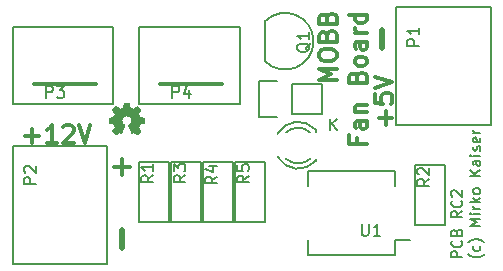
<source format=gbr>
G04 #@! TF.FileFunction,Legend,Top*
%FSLAX46Y46*%
G04 Gerber Fmt 4.6, Leading zero omitted, Abs format (unit mm)*
G04 Created by KiCad (PCBNEW 4.0.4-stable) date 01/15/17 13:44:32*
%MOMM*%
%LPD*%
G01*
G04 APERTURE LIST*
%ADD10C,0.100000*%
%ADD11C,0.300000*%
%ADD12C,0.200000*%
%ADD13C,0.500000*%
%ADD14C,0.350000*%
%ADD15C,0.150000*%
%ADD16C,0.002540*%
G04 APERTURE END LIST*
D10*
D11*
X185317144Y-131987143D02*
X186460001Y-131987143D01*
X185888572Y-132558571D02*
X185888572Y-131415714D01*
X187960001Y-132558571D02*
X187102858Y-132558571D01*
X187531430Y-132558571D02*
X187531430Y-131058571D01*
X187388573Y-131272857D01*
X187245715Y-131415714D01*
X187102858Y-131487143D01*
X188531429Y-131201429D02*
X188602858Y-131130000D01*
X188745715Y-131058571D01*
X189102858Y-131058571D01*
X189245715Y-131130000D01*
X189317144Y-131201429D01*
X189388572Y-131344286D01*
X189388572Y-131487143D01*
X189317144Y-131701429D01*
X188460001Y-132558571D01*
X189388572Y-132558571D01*
X189817143Y-131058571D02*
X190317143Y-132558571D01*
X190817143Y-131058571D01*
D12*
X222282143Y-142260714D02*
X221382143Y-142260714D01*
X221382143Y-141917857D01*
X221425000Y-141832143D01*
X221467857Y-141789286D01*
X221553571Y-141746429D01*
X221682143Y-141746429D01*
X221767857Y-141789286D01*
X221810714Y-141832143D01*
X221853571Y-141917857D01*
X221853571Y-142260714D01*
X222196429Y-140846429D02*
X222239286Y-140889286D01*
X222282143Y-141017857D01*
X222282143Y-141103571D01*
X222239286Y-141232143D01*
X222153571Y-141317857D01*
X222067857Y-141360714D01*
X221896429Y-141403571D01*
X221767857Y-141403571D01*
X221596429Y-141360714D01*
X221510714Y-141317857D01*
X221425000Y-141232143D01*
X221382143Y-141103571D01*
X221382143Y-141017857D01*
X221425000Y-140889286D01*
X221467857Y-140846429D01*
X221810714Y-140160714D02*
X221853571Y-140032143D01*
X221896429Y-139989286D01*
X221982143Y-139946429D01*
X222110714Y-139946429D01*
X222196429Y-139989286D01*
X222239286Y-140032143D01*
X222282143Y-140117857D01*
X222282143Y-140460714D01*
X221382143Y-140460714D01*
X221382143Y-140160714D01*
X221425000Y-140075000D01*
X221467857Y-140032143D01*
X221553571Y-139989286D01*
X221639286Y-139989286D01*
X221725000Y-140032143D01*
X221767857Y-140075000D01*
X221810714Y-140160714D01*
X221810714Y-140460714D01*
X222282143Y-138360715D02*
X221853571Y-138660715D01*
X222282143Y-138875000D02*
X221382143Y-138875000D01*
X221382143Y-138532143D01*
X221425000Y-138446429D01*
X221467857Y-138403572D01*
X221553571Y-138360715D01*
X221682143Y-138360715D01*
X221767857Y-138403572D01*
X221810714Y-138446429D01*
X221853571Y-138532143D01*
X221853571Y-138875000D01*
X222196429Y-137460715D02*
X222239286Y-137503572D01*
X222282143Y-137632143D01*
X222282143Y-137717857D01*
X222239286Y-137846429D01*
X222153571Y-137932143D01*
X222067857Y-137975000D01*
X221896429Y-138017857D01*
X221767857Y-138017857D01*
X221596429Y-137975000D01*
X221510714Y-137932143D01*
X221425000Y-137846429D01*
X221382143Y-137717857D01*
X221382143Y-137632143D01*
X221425000Y-137503572D01*
X221467857Y-137460715D01*
X221467857Y-137117857D02*
X221425000Y-137075000D01*
X221382143Y-136989286D01*
X221382143Y-136775000D01*
X221425000Y-136689286D01*
X221467857Y-136646429D01*
X221553571Y-136603572D01*
X221639286Y-136603572D01*
X221767857Y-136646429D01*
X222282143Y-137160715D01*
X222282143Y-136603572D01*
X224175000Y-142003571D02*
X224132143Y-142046429D01*
X224003571Y-142132143D01*
X223917857Y-142175000D01*
X223789286Y-142217857D01*
X223575000Y-142260714D01*
X223403571Y-142260714D01*
X223189286Y-142217857D01*
X223060714Y-142175000D01*
X222975000Y-142132143D01*
X222846429Y-142046429D01*
X222803571Y-142003571D01*
X223789286Y-141275000D02*
X223832143Y-141360714D01*
X223832143Y-141532143D01*
X223789286Y-141617857D01*
X223746429Y-141660714D01*
X223660714Y-141703571D01*
X223403571Y-141703571D01*
X223317857Y-141660714D01*
X223275000Y-141617857D01*
X223232143Y-141532143D01*
X223232143Y-141360714D01*
X223275000Y-141275000D01*
X224175000Y-140975000D02*
X224132143Y-140932142D01*
X224003571Y-140846428D01*
X223917857Y-140803571D01*
X223789286Y-140760714D01*
X223575000Y-140717857D01*
X223403571Y-140717857D01*
X223189286Y-140760714D01*
X223060714Y-140803571D01*
X222975000Y-140846428D01*
X222846429Y-140932142D01*
X222803571Y-140975000D01*
X223832143Y-139603571D02*
X222932143Y-139603571D01*
X223575000Y-139303571D01*
X222932143Y-139003571D01*
X223832143Y-139003571D01*
X223832143Y-138575000D02*
X223232143Y-138575000D01*
X222932143Y-138575000D02*
X222975000Y-138617857D01*
X223017857Y-138575000D01*
X222975000Y-138532143D01*
X222932143Y-138575000D01*
X223017857Y-138575000D01*
X223832143Y-138146429D02*
X223232143Y-138146429D01*
X223403571Y-138146429D02*
X223317857Y-138103572D01*
X223275000Y-138060715D01*
X223232143Y-137975001D01*
X223232143Y-137889286D01*
X223832143Y-137589286D02*
X222932143Y-137589286D01*
X223489286Y-137503572D02*
X223832143Y-137246429D01*
X223232143Y-137246429D02*
X223575000Y-137589286D01*
X223832143Y-136732144D02*
X223789286Y-136817858D01*
X223746429Y-136860715D01*
X223660714Y-136903572D01*
X223403571Y-136903572D01*
X223317857Y-136860715D01*
X223275000Y-136817858D01*
X223232143Y-136732144D01*
X223232143Y-136603572D01*
X223275000Y-136517858D01*
X223317857Y-136475001D01*
X223403571Y-136432144D01*
X223660714Y-136432144D01*
X223746429Y-136475001D01*
X223789286Y-136517858D01*
X223832143Y-136603572D01*
X223832143Y-136732144D01*
X223832143Y-135360715D02*
X222932143Y-135360715D01*
X223832143Y-134846430D02*
X223317857Y-135232144D01*
X222932143Y-134846430D02*
X223446429Y-135360715D01*
X223832143Y-134075001D02*
X223360714Y-134075001D01*
X223275000Y-134117858D01*
X223232143Y-134203572D01*
X223232143Y-134375001D01*
X223275000Y-134460715D01*
X223789286Y-134075001D02*
X223832143Y-134160715D01*
X223832143Y-134375001D01*
X223789286Y-134460715D01*
X223703571Y-134503572D01*
X223617857Y-134503572D01*
X223532143Y-134460715D01*
X223489286Y-134375001D01*
X223489286Y-134160715D01*
X223446429Y-134075001D01*
X223832143Y-133646429D02*
X223232143Y-133646429D01*
X222932143Y-133646429D02*
X222975000Y-133689286D01*
X223017857Y-133646429D01*
X222975000Y-133603572D01*
X222932143Y-133646429D01*
X223017857Y-133646429D01*
X223789286Y-133260715D02*
X223832143Y-133175001D01*
X223832143Y-133003573D01*
X223789286Y-132917858D01*
X223703571Y-132875001D01*
X223660714Y-132875001D01*
X223575000Y-132917858D01*
X223532143Y-133003573D01*
X223532143Y-133132144D01*
X223489286Y-133217858D01*
X223403571Y-133260715D01*
X223360714Y-133260715D01*
X223275000Y-133217858D01*
X223232143Y-133132144D01*
X223232143Y-133003573D01*
X223275000Y-132917858D01*
X223789286Y-132146430D02*
X223832143Y-132232144D01*
X223832143Y-132403573D01*
X223789286Y-132489287D01*
X223703571Y-132532144D01*
X223360714Y-132532144D01*
X223275000Y-132489287D01*
X223232143Y-132403573D01*
X223232143Y-132232144D01*
X223275000Y-132146430D01*
X223360714Y-132103573D01*
X223446429Y-132103573D01*
X223532143Y-132532144D01*
X223832143Y-131717858D02*
X223232143Y-131717858D01*
X223403571Y-131717858D02*
X223317857Y-131675001D01*
X223275000Y-131632144D01*
X223232143Y-131546430D01*
X223232143Y-131460715D01*
D11*
X211653571Y-127278572D02*
X210153571Y-127278572D01*
X211225000Y-126778572D01*
X210153571Y-126278572D01*
X211653571Y-126278572D01*
X210153571Y-125278572D02*
X210153571Y-124992858D01*
X210225000Y-124850000D01*
X210367857Y-124707143D01*
X210653571Y-124635715D01*
X211153571Y-124635715D01*
X211439286Y-124707143D01*
X211582143Y-124850000D01*
X211653571Y-124992858D01*
X211653571Y-125278572D01*
X211582143Y-125421429D01*
X211439286Y-125564286D01*
X211153571Y-125635715D01*
X210653571Y-125635715D01*
X210367857Y-125564286D01*
X210225000Y-125421429D01*
X210153571Y-125278572D01*
X210867857Y-123492857D02*
X210939286Y-123278571D01*
X211010714Y-123207143D01*
X211153571Y-123135714D01*
X211367857Y-123135714D01*
X211510714Y-123207143D01*
X211582143Y-123278571D01*
X211653571Y-123421429D01*
X211653571Y-123992857D01*
X210153571Y-123992857D01*
X210153571Y-123492857D01*
X210225000Y-123350000D01*
X210296429Y-123278571D01*
X210439286Y-123207143D01*
X210582143Y-123207143D01*
X210725000Y-123278571D01*
X210796429Y-123350000D01*
X210867857Y-123492857D01*
X210867857Y-123992857D01*
X210867857Y-121992857D02*
X210939286Y-121778571D01*
X211010714Y-121707143D01*
X211153571Y-121635714D01*
X211367857Y-121635714D01*
X211510714Y-121707143D01*
X211582143Y-121778571D01*
X211653571Y-121921429D01*
X211653571Y-122492857D01*
X210153571Y-122492857D01*
X210153571Y-121992857D01*
X210225000Y-121850000D01*
X210296429Y-121778571D01*
X210439286Y-121707143D01*
X210582143Y-121707143D01*
X210725000Y-121778571D01*
X210796429Y-121850000D01*
X210867857Y-121992857D01*
X210867857Y-122492857D01*
X213417857Y-132135714D02*
X213417857Y-132635714D01*
X214203571Y-132635714D02*
X212703571Y-132635714D01*
X212703571Y-131921428D01*
X214203571Y-130707143D02*
X213417857Y-130707143D01*
X213275000Y-130778572D01*
X213203571Y-130921429D01*
X213203571Y-131207143D01*
X213275000Y-131350000D01*
X214132143Y-130707143D02*
X214203571Y-130850000D01*
X214203571Y-131207143D01*
X214132143Y-131350000D01*
X213989286Y-131421429D01*
X213846429Y-131421429D01*
X213703571Y-131350000D01*
X213632143Y-131207143D01*
X213632143Y-130850000D01*
X213560714Y-130707143D01*
X213203571Y-129992857D02*
X214203571Y-129992857D01*
X213346429Y-129992857D02*
X213275000Y-129921429D01*
X213203571Y-129778571D01*
X213203571Y-129564286D01*
X213275000Y-129421429D01*
X213417857Y-129350000D01*
X214203571Y-129350000D01*
X213417857Y-126992857D02*
X213489286Y-126778571D01*
X213560714Y-126707143D01*
X213703571Y-126635714D01*
X213917857Y-126635714D01*
X214060714Y-126707143D01*
X214132143Y-126778571D01*
X214203571Y-126921429D01*
X214203571Y-127492857D01*
X212703571Y-127492857D01*
X212703571Y-126992857D01*
X212775000Y-126850000D01*
X212846429Y-126778571D01*
X212989286Y-126707143D01*
X213132143Y-126707143D01*
X213275000Y-126778571D01*
X213346429Y-126850000D01*
X213417857Y-126992857D01*
X213417857Y-127492857D01*
X214203571Y-125778571D02*
X214132143Y-125921429D01*
X214060714Y-125992857D01*
X213917857Y-126064286D01*
X213489286Y-126064286D01*
X213346429Y-125992857D01*
X213275000Y-125921429D01*
X213203571Y-125778571D01*
X213203571Y-125564286D01*
X213275000Y-125421429D01*
X213346429Y-125350000D01*
X213489286Y-125278571D01*
X213917857Y-125278571D01*
X214060714Y-125350000D01*
X214132143Y-125421429D01*
X214203571Y-125564286D01*
X214203571Y-125778571D01*
X214203571Y-123992857D02*
X213417857Y-123992857D01*
X213275000Y-124064286D01*
X213203571Y-124207143D01*
X213203571Y-124492857D01*
X213275000Y-124635714D01*
X214132143Y-123992857D02*
X214203571Y-124135714D01*
X214203571Y-124492857D01*
X214132143Y-124635714D01*
X213989286Y-124707143D01*
X213846429Y-124707143D01*
X213703571Y-124635714D01*
X213632143Y-124492857D01*
X213632143Y-124135714D01*
X213560714Y-123992857D01*
X214203571Y-123278571D02*
X213203571Y-123278571D01*
X213489286Y-123278571D02*
X213346429Y-123207143D01*
X213275000Y-123135714D01*
X213203571Y-122992857D01*
X213203571Y-122850000D01*
X214203571Y-121707143D02*
X212703571Y-121707143D01*
X214132143Y-121707143D02*
X214203571Y-121850000D01*
X214203571Y-122135714D01*
X214132143Y-122278572D01*
X214060714Y-122350000D01*
X213917857Y-122421429D01*
X213489286Y-122421429D01*
X213346429Y-122350000D01*
X213275000Y-122278572D01*
X213203571Y-122135714D01*
X213203571Y-121850000D01*
X213275000Y-121707143D01*
D13*
X215542857Y-123038095D02*
X215542857Y-124561905D01*
D11*
X215807143Y-131028571D02*
X215807143Y-129885714D01*
X216378571Y-130457143D02*
X215235714Y-130457143D01*
X214878571Y-128457142D02*
X214878571Y-129171428D01*
X215592857Y-129242857D01*
X215521429Y-129171428D01*
X215450000Y-129028571D01*
X215450000Y-128671428D01*
X215521429Y-128528571D01*
X215592857Y-128457142D01*
X215735714Y-128385714D01*
X216092857Y-128385714D01*
X216235714Y-128457142D01*
X216307143Y-128528571D01*
X216378571Y-128671428D01*
X216378571Y-129028571D01*
X216307143Y-129171428D01*
X216235714Y-129242857D01*
X214878571Y-127957143D02*
X216378571Y-127457143D01*
X214878571Y-126957143D01*
D13*
X193492857Y-141436905D02*
X193492857Y-139913095D01*
D14*
X192814286Y-134628571D02*
X194185715Y-134628571D01*
X193500001Y-135314286D02*
X193500001Y-133942857D01*
D15*
X216615000Y-142095000D02*
X216615000Y-140825000D01*
X209265000Y-142095000D02*
X209265000Y-140825000D01*
X209265000Y-134965000D02*
X209265000Y-136235000D01*
X216615000Y-134965000D02*
X216615000Y-136235000D01*
X216615000Y-142095000D02*
X209265000Y-142095000D01*
X216615000Y-134965000D02*
X209265000Y-134965000D01*
X216615000Y-140825000D02*
X217900000Y-140825000D01*
X205600000Y-122270000D02*
X205600000Y-125670000D01*
X205602944Y-122272944D02*
G75*
G02X209700000Y-123970000I1697056J-1697056D01*
G01*
X205602944Y-125667056D02*
G75*
G03X209700000Y-123970000I1697056J1697056D01*
G01*
X192250000Y-132800000D02*
X184250000Y-132800000D01*
X184250000Y-132800000D02*
X184250000Y-142800000D01*
X184250000Y-142800000D02*
X192250000Y-142800000D01*
X192250000Y-142800000D02*
X192250000Y-137800000D01*
X192250000Y-137800000D02*
X192250000Y-132800000D01*
X224700000Y-121100000D02*
X216700000Y-121100000D01*
X216700000Y-121100000D02*
X216700000Y-131100000D01*
X216700000Y-131100000D02*
X224700000Y-131100000D01*
X224700000Y-131100000D02*
X224700000Y-126100000D01*
X224700000Y-126100000D02*
X224700000Y-121100000D01*
D11*
X186000000Y-127600000D02*
X191250000Y-127600000D01*
D15*
X192750000Y-126000000D02*
X192750000Y-129250000D01*
X192750000Y-129250000D02*
X184250000Y-129250000D01*
X184250000Y-129250000D02*
X184250000Y-122750000D01*
X184250000Y-122750000D02*
X192750000Y-122750000D01*
X192750000Y-122750000D02*
X192750000Y-126000000D01*
D11*
X196700000Y-127600000D02*
X201950000Y-127600000D01*
D15*
X203450000Y-126000000D02*
X203450000Y-129250000D01*
X203450000Y-129250000D02*
X194950000Y-129250000D01*
X194950000Y-129250000D02*
X194950000Y-122750000D01*
X194950000Y-122750000D02*
X203450000Y-122750000D01*
X203450000Y-122750000D02*
X203450000Y-126000000D01*
X209899000Y-131486000D02*
X209899000Y-131686000D01*
X209899000Y-134080000D02*
X209899000Y-133900000D01*
X206671256Y-133769643D02*
G75*
G03X209899000Y-134086000I1727744J1003643D01*
G01*
X207346994Y-133899068D02*
G75*
G03X209450000Y-133900000I1052006J1133068D01*
G01*
X209886220Y-131459274D02*
G75*
G03X206649000Y-131806000I-1497220J-1306726D01*
G01*
X209412889Y-131686747D02*
G75*
G03X207365000Y-131706000I-1013889J-1079253D01*
G01*
X207870000Y-127580000D02*
X210410000Y-127580000D01*
X205050000Y-127300000D02*
X206600000Y-127300000D01*
X207870000Y-127580000D02*
X207870000Y-130120000D01*
X206600000Y-130400000D02*
X205050000Y-130400000D01*
X205050000Y-130400000D02*
X205050000Y-127300000D01*
X207870000Y-130120000D02*
X210410000Y-130120000D01*
X210410000Y-130120000D02*
X210410000Y-127580000D01*
D16*
G36*
X192940680Y-131856200D02*
X192958460Y-131848580D01*
X192991480Y-131825720D01*
X193042280Y-131792700D01*
X193100700Y-131754600D01*
X193161660Y-131713960D01*
X193209920Y-131680940D01*
X193245480Y-131658080D01*
X193258180Y-131650460D01*
X193265800Y-131653000D01*
X193293740Y-131668240D01*
X193334380Y-131688560D01*
X193359780Y-131701260D01*
X193397880Y-131716500D01*
X193415660Y-131721580D01*
X193418200Y-131716500D01*
X193433440Y-131686020D01*
X193453760Y-131637760D01*
X193481700Y-131571720D01*
X193514720Y-131495520D01*
X193550280Y-131414240D01*
X193583300Y-131330420D01*
X193616320Y-131251680D01*
X193646800Y-131178020D01*
X193669660Y-131119600D01*
X193684900Y-131078960D01*
X193692520Y-131061180D01*
X193689980Y-131058640D01*
X193672200Y-131040860D01*
X193639180Y-131015460D01*
X193568060Y-130957040D01*
X193496940Y-130870680D01*
X193453760Y-130771620D01*
X193441060Y-130659860D01*
X193451220Y-130558260D01*
X193491860Y-130461740D01*
X193560440Y-130372840D01*
X193644260Y-130306800D01*
X193740780Y-130266160D01*
X193850000Y-130253460D01*
X193954140Y-130263620D01*
X194053200Y-130304260D01*
X194142100Y-130370300D01*
X194180200Y-130413480D01*
X194231000Y-130504920D01*
X194261480Y-130598900D01*
X194264020Y-130621760D01*
X194258940Y-130728440D01*
X194228460Y-130830040D01*
X194172580Y-130918940D01*
X194096380Y-130992600D01*
X194086220Y-131000220D01*
X194050660Y-131028160D01*
X194025260Y-131045940D01*
X194007480Y-131061180D01*
X194142100Y-131383760D01*
X194162420Y-131434560D01*
X194200520Y-131523460D01*
X194231000Y-131599660D01*
X194258940Y-131660620D01*
X194276720Y-131701260D01*
X194284340Y-131716500D01*
X194284340Y-131716500D01*
X194297040Y-131719040D01*
X194319900Y-131711420D01*
X194365620Y-131688560D01*
X194396100Y-131673320D01*
X194429120Y-131658080D01*
X194444360Y-131650460D01*
X194459600Y-131658080D01*
X194492620Y-131678400D01*
X194538340Y-131711420D01*
X194596760Y-131749520D01*
X194652640Y-131787620D01*
X194703440Y-131820640D01*
X194739000Y-131846040D01*
X194756780Y-131853660D01*
X194759320Y-131853660D01*
X194777100Y-131846040D01*
X194805040Y-131820640D01*
X194848220Y-131780000D01*
X194911720Y-131719040D01*
X194921880Y-131708880D01*
X194972680Y-131658080D01*
X195013320Y-131612360D01*
X195041260Y-131581880D01*
X195051420Y-131569180D01*
X195051420Y-131569180D01*
X195041260Y-131551400D01*
X195018400Y-131513300D01*
X194985380Y-131462500D01*
X194944740Y-131401540D01*
X194838060Y-131246600D01*
X194896480Y-131101820D01*
X194914260Y-131056100D01*
X194937120Y-131000220D01*
X194954900Y-130962120D01*
X194962520Y-130944340D01*
X194980300Y-130939260D01*
X195018400Y-130929100D01*
X195076820Y-130918940D01*
X195147940Y-130906240D01*
X195213980Y-130893540D01*
X195272400Y-130880840D01*
X195315580Y-130873220D01*
X195335900Y-130870680D01*
X195340980Y-130865600D01*
X195343520Y-130857980D01*
X195346060Y-130837660D01*
X195348600Y-130799560D01*
X195348600Y-130743680D01*
X195348600Y-130659860D01*
X195348600Y-130652240D01*
X195348600Y-130573500D01*
X195346060Y-130510000D01*
X195343520Y-130471900D01*
X195340980Y-130454120D01*
X195340980Y-130454120D01*
X195323200Y-130449040D01*
X195280020Y-130441420D01*
X195221600Y-130428720D01*
X195150480Y-130416020D01*
X195145400Y-130416020D01*
X195074280Y-130400780D01*
X195015860Y-130388080D01*
X194972680Y-130380460D01*
X194954900Y-130372840D01*
X194952360Y-130367760D01*
X194937120Y-130339820D01*
X194916800Y-130296640D01*
X194893940Y-130243300D01*
X194871080Y-130187420D01*
X194850760Y-130136620D01*
X194838060Y-130101060D01*
X194832980Y-130083280D01*
X194832980Y-130083280D01*
X194843140Y-130065500D01*
X194868540Y-130029940D01*
X194904100Y-129979140D01*
X194944740Y-129918180D01*
X194947280Y-129913100D01*
X194987920Y-129852140D01*
X195020940Y-129801340D01*
X195043800Y-129765780D01*
X195051420Y-129750540D01*
X195051420Y-129748000D01*
X195038720Y-129730220D01*
X195008240Y-129697200D01*
X194962520Y-129651480D01*
X194911720Y-129598140D01*
X194893940Y-129582900D01*
X194835520Y-129524480D01*
X194794880Y-129488920D01*
X194769480Y-129468600D01*
X194759320Y-129463520D01*
X194756780Y-129463520D01*
X194739000Y-129473680D01*
X194700900Y-129499080D01*
X194650100Y-129534640D01*
X194589140Y-129575280D01*
X194586600Y-129577820D01*
X194525640Y-129618460D01*
X194474840Y-129654020D01*
X194439280Y-129676880D01*
X194424040Y-129684500D01*
X194421500Y-129684500D01*
X194398640Y-129679420D01*
X194355460Y-129664180D01*
X194302120Y-129643860D01*
X194246240Y-129621000D01*
X194195440Y-129600680D01*
X194159880Y-129582900D01*
X194142100Y-129572740D01*
X194139560Y-129572740D01*
X194134480Y-129549880D01*
X194124320Y-129504160D01*
X194111620Y-129443200D01*
X194096380Y-129369540D01*
X194093840Y-129359380D01*
X194081140Y-129285720D01*
X194070980Y-129227300D01*
X194060820Y-129186660D01*
X194058280Y-129168880D01*
X194048120Y-129168880D01*
X194012560Y-129166340D01*
X193959220Y-129163800D01*
X193893180Y-129163800D01*
X193827140Y-129163800D01*
X193761100Y-129163800D01*
X193705220Y-129166340D01*
X193664580Y-129168880D01*
X193646800Y-129173960D01*
X193646800Y-129173960D01*
X193641720Y-129196820D01*
X193631560Y-129240000D01*
X193618860Y-129303500D01*
X193603620Y-129377160D01*
X193601080Y-129389860D01*
X193588380Y-129460980D01*
X193575680Y-129519400D01*
X193568060Y-129560040D01*
X193562980Y-129575280D01*
X193557900Y-129577820D01*
X193527420Y-129593060D01*
X193479160Y-129610840D01*
X193420740Y-129636240D01*
X193283580Y-129692120D01*
X193115940Y-129575280D01*
X193100700Y-129565120D01*
X193039740Y-129524480D01*
X192988940Y-129491460D01*
X192953380Y-129468600D01*
X192940680Y-129460980D01*
X192938140Y-129460980D01*
X192922900Y-129476220D01*
X192889880Y-129506700D01*
X192844160Y-129552420D01*
X192790820Y-129603220D01*
X192750180Y-129643860D01*
X192704460Y-129689580D01*
X192676520Y-129722600D01*
X192658740Y-129742920D01*
X192653660Y-129755620D01*
X192656200Y-129763240D01*
X192666360Y-129781020D01*
X192691760Y-129816580D01*
X192724780Y-129869920D01*
X192765420Y-129928340D01*
X192800980Y-129979140D01*
X192836540Y-130035020D01*
X192859400Y-130075660D01*
X192869560Y-130093440D01*
X192867020Y-130103600D01*
X192854320Y-130136620D01*
X192834000Y-130184880D01*
X192808600Y-130245840D01*
X192750180Y-130377920D01*
X192663820Y-130395700D01*
X192610480Y-130405860D01*
X192536820Y-130418560D01*
X192465700Y-130433800D01*
X192353940Y-130454120D01*
X192351400Y-130857980D01*
X192369180Y-130865600D01*
X192384420Y-130870680D01*
X192425060Y-130880840D01*
X192483480Y-130891000D01*
X192552060Y-130903700D01*
X192613020Y-130916400D01*
X192671440Y-130926560D01*
X192714620Y-130934180D01*
X192732400Y-130939260D01*
X192737480Y-130944340D01*
X192752720Y-130974820D01*
X192773040Y-131020540D01*
X192795900Y-131073880D01*
X192821300Y-131132300D01*
X192841620Y-131183100D01*
X192856860Y-131223740D01*
X192861940Y-131244060D01*
X192854320Y-131259300D01*
X192831460Y-131294860D01*
X192798440Y-131345660D01*
X192757800Y-131404080D01*
X192717160Y-131462500D01*
X192684140Y-131513300D01*
X192658740Y-131548860D01*
X192651120Y-131566640D01*
X192656200Y-131576800D01*
X192679060Y-131604740D01*
X192722240Y-131650460D01*
X192788280Y-131716500D01*
X192800980Y-131726660D01*
X192851780Y-131777460D01*
X192897500Y-131818100D01*
X192927980Y-131846040D01*
X192940680Y-131856200D01*
X192940680Y-131856200D01*
G37*
X192940680Y-131856200D02*
X192958460Y-131848580D01*
X192991480Y-131825720D01*
X193042280Y-131792700D01*
X193100700Y-131754600D01*
X193161660Y-131713960D01*
X193209920Y-131680940D01*
X193245480Y-131658080D01*
X193258180Y-131650460D01*
X193265800Y-131653000D01*
X193293740Y-131668240D01*
X193334380Y-131688560D01*
X193359780Y-131701260D01*
X193397880Y-131716500D01*
X193415660Y-131721580D01*
X193418200Y-131716500D01*
X193433440Y-131686020D01*
X193453760Y-131637760D01*
X193481700Y-131571720D01*
X193514720Y-131495520D01*
X193550280Y-131414240D01*
X193583300Y-131330420D01*
X193616320Y-131251680D01*
X193646800Y-131178020D01*
X193669660Y-131119600D01*
X193684900Y-131078960D01*
X193692520Y-131061180D01*
X193689980Y-131058640D01*
X193672200Y-131040860D01*
X193639180Y-131015460D01*
X193568060Y-130957040D01*
X193496940Y-130870680D01*
X193453760Y-130771620D01*
X193441060Y-130659860D01*
X193451220Y-130558260D01*
X193491860Y-130461740D01*
X193560440Y-130372840D01*
X193644260Y-130306800D01*
X193740780Y-130266160D01*
X193850000Y-130253460D01*
X193954140Y-130263620D01*
X194053200Y-130304260D01*
X194142100Y-130370300D01*
X194180200Y-130413480D01*
X194231000Y-130504920D01*
X194261480Y-130598900D01*
X194264020Y-130621760D01*
X194258940Y-130728440D01*
X194228460Y-130830040D01*
X194172580Y-130918940D01*
X194096380Y-130992600D01*
X194086220Y-131000220D01*
X194050660Y-131028160D01*
X194025260Y-131045940D01*
X194007480Y-131061180D01*
X194142100Y-131383760D01*
X194162420Y-131434560D01*
X194200520Y-131523460D01*
X194231000Y-131599660D01*
X194258940Y-131660620D01*
X194276720Y-131701260D01*
X194284340Y-131716500D01*
X194284340Y-131716500D01*
X194297040Y-131719040D01*
X194319900Y-131711420D01*
X194365620Y-131688560D01*
X194396100Y-131673320D01*
X194429120Y-131658080D01*
X194444360Y-131650460D01*
X194459600Y-131658080D01*
X194492620Y-131678400D01*
X194538340Y-131711420D01*
X194596760Y-131749520D01*
X194652640Y-131787620D01*
X194703440Y-131820640D01*
X194739000Y-131846040D01*
X194756780Y-131853660D01*
X194759320Y-131853660D01*
X194777100Y-131846040D01*
X194805040Y-131820640D01*
X194848220Y-131780000D01*
X194911720Y-131719040D01*
X194921880Y-131708880D01*
X194972680Y-131658080D01*
X195013320Y-131612360D01*
X195041260Y-131581880D01*
X195051420Y-131569180D01*
X195051420Y-131569180D01*
X195041260Y-131551400D01*
X195018400Y-131513300D01*
X194985380Y-131462500D01*
X194944740Y-131401540D01*
X194838060Y-131246600D01*
X194896480Y-131101820D01*
X194914260Y-131056100D01*
X194937120Y-131000220D01*
X194954900Y-130962120D01*
X194962520Y-130944340D01*
X194980300Y-130939260D01*
X195018400Y-130929100D01*
X195076820Y-130918940D01*
X195147940Y-130906240D01*
X195213980Y-130893540D01*
X195272400Y-130880840D01*
X195315580Y-130873220D01*
X195335900Y-130870680D01*
X195340980Y-130865600D01*
X195343520Y-130857980D01*
X195346060Y-130837660D01*
X195348600Y-130799560D01*
X195348600Y-130743680D01*
X195348600Y-130659860D01*
X195348600Y-130652240D01*
X195348600Y-130573500D01*
X195346060Y-130510000D01*
X195343520Y-130471900D01*
X195340980Y-130454120D01*
X195340980Y-130454120D01*
X195323200Y-130449040D01*
X195280020Y-130441420D01*
X195221600Y-130428720D01*
X195150480Y-130416020D01*
X195145400Y-130416020D01*
X195074280Y-130400780D01*
X195015860Y-130388080D01*
X194972680Y-130380460D01*
X194954900Y-130372840D01*
X194952360Y-130367760D01*
X194937120Y-130339820D01*
X194916800Y-130296640D01*
X194893940Y-130243300D01*
X194871080Y-130187420D01*
X194850760Y-130136620D01*
X194838060Y-130101060D01*
X194832980Y-130083280D01*
X194832980Y-130083280D01*
X194843140Y-130065500D01*
X194868540Y-130029940D01*
X194904100Y-129979140D01*
X194944740Y-129918180D01*
X194947280Y-129913100D01*
X194987920Y-129852140D01*
X195020940Y-129801340D01*
X195043800Y-129765780D01*
X195051420Y-129750540D01*
X195051420Y-129748000D01*
X195038720Y-129730220D01*
X195008240Y-129697200D01*
X194962520Y-129651480D01*
X194911720Y-129598140D01*
X194893940Y-129582900D01*
X194835520Y-129524480D01*
X194794880Y-129488920D01*
X194769480Y-129468600D01*
X194759320Y-129463520D01*
X194756780Y-129463520D01*
X194739000Y-129473680D01*
X194700900Y-129499080D01*
X194650100Y-129534640D01*
X194589140Y-129575280D01*
X194586600Y-129577820D01*
X194525640Y-129618460D01*
X194474840Y-129654020D01*
X194439280Y-129676880D01*
X194424040Y-129684500D01*
X194421500Y-129684500D01*
X194398640Y-129679420D01*
X194355460Y-129664180D01*
X194302120Y-129643860D01*
X194246240Y-129621000D01*
X194195440Y-129600680D01*
X194159880Y-129582900D01*
X194142100Y-129572740D01*
X194139560Y-129572740D01*
X194134480Y-129549880D01*
X194124320Y-129504160D01*
X194111620Y-129443200D01*
X194096380Y-129369540D01*
X194093840Y-129359380D01*
X194081140Y-129285720D01*
X194070980Y-129227300D01*
X194060820Y-129186660D01*
X194058280Y-129168880D01*
X194048120Y-129168880D01*
X194012560Y-129166340D01*
X193959220Y-129163800D01*
X193893180Y-129163800D01*
X193827140Y-129163800D01*
X193761100Y-129163800D01*
X193705220Y-129166340D01*
X193664580Y-129168880D01*
X193646800Y-129173960D01*
X193646800Y-129173960D01*
X193641720Y-129196820D01*
X193631560Y-129240000D01*
X193618860Y-129303500D01*
X193603620Y-129377160D01*
X193601080Y-129389860D01*
X193588380Y-129460980D01*
X193575680Y-129519400D01*
X193568060Y-129560040D01*
X193562980Y-129575280D01*
X193557900Y-129577820D01*
X193527420Y-129593060D01*
X193479160Y-129610840D01*
X193420740Y-129636240D01*
X193283580Y-129692120D01*
X193115940Y-129575280D01*
X193100700Y-129565120D01*
X193039740Y-129524480D01*
X192988940Y-129491460D01*
X192953380Y-129468600D01*
X192940680Y-129460980D01*
X192938140Y-129460980D01*
X192922900Y-129476220D01*
X192889880Y-129506700D01*
X192844160Y-129552420D01*
X192790820Y-129603220D01*
X192750180Y-129643860D01*
X192704460Y-129689580D01*
X192676520Y-129722600D01*
X192658740Y-129742920D01*
X192653660Y-129755620D01*
X192656200Y-129763240D01*
X192666360Y-129781020D01*
X192691760Y-129816580D01*
X192724780Y-129869920D01*
X192765420Y-129928340D01*
X192800980Y-129979140D01*
X192836540Y-130035020D01*
X192859400Y-130075660D01*
X192869560Y-130093440D01*
X192867020Y-130103600D01*
X192854320Y-130136620D01*
X192834000Y-130184880D01*
X192808600Y-130245840D01*
X192750180Y-130377920D01*
X192663820Y-130395700D01*
X192610480Y-130405860D01*
X192536820Y-130418560D01*
X192465700Y-130433800D01*
X192353940Y-130454120D01*
X192351400Y-130857980D01*
X192369180Y-130865600D01*
X192384420Y-130870680D01*
X192425060Y-130880840D01*
X192483480Y-130891000D01*
X192552060Y-130903700D01*
X192613020Y-130916400D01*
X192671440Y-130926560D01*
X192714620Y-130934180D01*
X192732400Y-130939260D01*
X192737480Y-130944340D01*
X192752720Y-130974820D01*
X192773040Y-131020540D01*
X192795900Y-131073880D01*
X192821300Y-131132300D01*
X192841620Y-131183100D01*
X192856860Y-131223740D01*
X192861940Y-131244060D01*
X192854320Y-131259300D01*
X192831460Y-131294860D01*
X192798440Y-131345660D01*
X192757800Y-131404080D01*
X192717160Y-131462500D01*
X192684140Y-131513300D01*
X192658740Y-131548860D01*
X192651120Y-131566640D01*
X192656200Y-131576800D01*
X192679060Y-131604740D01*
X192722240Y-131650460D01*
X192788280Y-131716500D01*
X192800980Y-131726660D01*
X192851780Y-131777460D01*
X192897500Y-131818100D01*
X192927980Y-131846040D01*
X192940680Y-131856200D01*
D15*
X194894200Y-139268200D02*
X194894200Y-134188200D01*
X194894200Y-134188200D02*
X197434200Y-134188200D01*
X197434200Y-134188200D02*
X197434200Y-139268200D01*
X197434200Y-139268200D02*
X194894200Y-139268200D01*
X218287600Y-139522200D02*
X218287600Y-134442200D01*
X218287600Y-134442200D02*
X220827600Y-134442200D01*
X220827600Y-134442200D02*
X220827600Y-139522200D01*
X220827600Y-139522200D02*
X218287600Y-139522200D01*
X197612000Y-139268200D02*
X197612000Y-134188200D01*
X197612000Y-134188200D02*
X200152000Y-134188200D01*
X200152000Y-134188200D02*
X200152000Y-139268200D01*
X200152000Y-139268200D02*
X197612000Y-139268200D01*
X200329800Y-139293600D02*
X200329800Y-134213600D01*
X200329800Y-134213600D02*
X202869800Y-134213600D01*
X202869800Y-134213600D02*
X202869800Y-139293600D01*
X202869800Y-139293600D02*
X200329800Y-139293600D01*
X203047600Y-139268200D02*
X203047600Y-134188200D01*
X203047600Y-134188200D02*
X205587600Y-134188200D01*
X205587600Y-134188200D02*
X205587600Y-139268200D01*
X205587600Y-139268200D02*
X203047600Y-139268200D01*
X213791895Y-139431781D02*
X213791895Y-140241305D01*
X213839514Y-140336543D01*
X213887133Y-140384162D01*
X213982371Y-140431781D01*
X214172848Y-140431781D01*
X214268086Y-140384162D01*
X214315705Y-140336543D01*
X214363324Y-140241305D01*
X214363324Y-139431781D01*
X215363324Y-140431781D02*
X214791895Y-140431781D01*
X215077609Y-140431781D02*
X215077609Y-139431781D01*
X214982371Y-139574638D01*
X214887133Y-139669876D01*
X214791895Y-139717495D01*
X209411819Y-124123438D02*
X209364200Y-124218676D01*
X209268962Y-124313914D01*
X209126105Y-124456771D01*
X209078486Y-124552010D01*
X209078486Y-124647248D01*
X209316581Y-124599629D02*
X209268962Y-124694867D01*
X209173724Y-124790105D01*
X208983248Y-124837724D01*
X208649914Y-124837724D01*
X208459438Y-124790105D01*
X208364200Y-124694867D01*
X208316581Y-124599629D01*
X208316581Y-124409152D01*
X208364200Y-124313914D01*
X208459438Y-124218676D01*
X208649914Y-124171057D01*
X208983248Y-124171057D01*
X209173724Y-124218676D01*
X209268962Y-124313914D01*
X209316581Y-124409152D01*
X209316581Y-124599629D01*
X209316581Y-123218676D02*
X209316581Y-123790105D01*
X209316581Y-123504391D02*
X208316581Y-123504391D01*
X208459438Y-123599629D01*
X208554676Y-123694867D01*
X208602295Y-123790105D01*
X186202381Y-136038095D02*
X185202381Y-136038095D01*
X185202381Y-135657142D01*
X185250000Y-135561904D01*
X185297619Y-135514285D01*
X185392857Y-135466666D01*
X185535714Y-135466666D01*
X185630952Y-135514285D01*
X185678571Y-135561904D01*
X185726190Y-135657142D01*
X185726190Y-136038095D01*
X185297619Y-135085714D02*
X185250000Y-135038095D01*
X185202381Y-134942857D01*
X185202381Y-134704761D01*
X185250000Y-134609523D01*
X185297619Y-134561904D01*
X185392857Y-134514285D01*
X185488095Y-134514285D01*
X185630952Y-134561904D01*
X186202381Y-135133333D01*
X186202381Y-134514285D01*
X218652381Y-124338095D02*
X217652381Y-124338095D01*
X217652381Y-123957142D01*
X217700000Y-123861904D01*
X217747619Y-123814285D01*
X217842857Y-123766666D01*
X217985714Y-123766666D01*
X218080952Y-123814285D01*
X218128571Y-123861904D01*
X218176190Y-123957142D01*
X218176190Y-124338095D01*
X218652381Y-122814285D02*
X218652381Y-123385714D01*
X218652381Y-123100000D02*
X217652381Y-123100000D01*
X217795238Y-123195238D01*
X217890476Y-123290476D01*
X217938095Y-123385714D01*
X187061905Y-128752381D02*
X187061905Y-127752381D01*
X187442858Y-127752381D01*
X187538096Y-127800000D01*
X187585715Y-127847619D01*
X187633334Y-127942857D01*
X187633334Y-128085714D01*
X187585715Y-128180952D01*
X187538096Y-128228571D01*
X187442858Y-128276190D01*
X187061905Y-128276190D01*
X187966667Y-127752381D02*
X188585715Y-127752381D01*
X188252381Y-128133333D01*
X188395239Y-128133333D01*
X188490477Y-128180952D01*
X188538096Y-128228571D01*
X188585715Y-128323810D01*
X188585715Y-128561905D01*
X188538096Y-128657143D01*
X188490477Y-128704762D01*
X188395239Y-128752381D01*
X188109524Y-128752381D01*
X188014286Y-128704762D01*
X187966667Y-128657143D01*
X197761905Y-128752381D02*
X197761905Y-127752381D01*
X198142858Y-127752381D01*
X198238096Y-127800000D01*
X198285715Y-127847619D01*
X198333334Y-127942857D01*
X198333334Y-128085714D01*
X198285715Y-128180952D01*
X198238096Y-128228571D01*
X198142858Y-128276190D01*
X197761905Y-128276190D01*
X199190477Y-128085714D02*
X199190477Y-128752381D01*
X198952381Y-127704762D02*
X198714286Y-128419048D01*
X199333334Y-128419048D01*
X211128095Y-131512381D02*
X211128095Y-130512381D01*
X211699524Y-131512381D02*
X211270952Y-130940952D01*
X211699524Y-130512381D02*
X211128095Y-131083810D01*
X196133981Y-135320066D02*
X195657790Y-135653400D01*
X196133981Y-135891495D02*
X195133981Y-135891495D01*
X195133981Y-135510542D01*
X195181600Y-135415304D01*
X195229219Y-135367685D01*
X195324457Y-135320066D01*
X195467314Y-135320066D01*
X195562552Y-135367685D01*
X195610171Y-135415304D01*
X195657790Y-135510542D01*
X195657790Y-135891495D01*
X196133981Y-134367685D02*
X196133981Y-134939114D01*
X196133981Y-134653400D02*
X195133981Y-134653400D01*
X195276838Y-134748638D01*
X195372076Y-134843876D01*
X195419695Y-134939114D01*
X219501981Y-135624866D02*
X219025790Y-135958200D01*
X219501981Y-136196295D02*
X218501981Y-136196295D01*
X218501981Y-135815342D01*
X218549600Y-135720104D01*
X218597219Y-135672485D01*
X218692457Y-135624866D01*
X218835314Y-135624866D01*
X218930552Y-135672485D01*
X218978171Y-135720104D01*
X219025790Y-135815342D01*
X219025790Y-136196295D01*
X218597219Y-135243914D02*
X218549600Y-135196295D01*
X218501981Y-135101057D01*
X218501981Y-134862961D01*
X218549600Y-134767723D01*
X218597219Y-134720104D01*
X218692457Y-134672485D01*
X218787695Y-134672485D01*
X218930552Y-134720104D01*
X219501981Y-135291533D01*
X219501981Y-134672485D01*
X198851781Y-135294666D02*
X198375590Y-135628000D01*
X198851781Y-135866095D02*
X197851781Y-135866095D01*
X197851781Y-135485142D01*
X197899400Y-135389904D01*
X197947019Y-135342285D01*
X198042257Y-135294666D01*
X198185114Y-135294666D01*
X198280352Y-135342285D01*
X198327971Y-135389904D01*
X198375590Y-135485142D01*
X198375590Y-135866095D01*
X197851781Y-134961333D02*
X197851781Y-134342285D01*
X198232733Y-134675619D01*
X198232733Y-134532761D01*
X198280352Y-134437523D01*
X198327971Y-134389904D01*
X198423210Y-134342285D01*
X198661305Y-134342285D01*
X198756543Y-134389904D01*
X198804162Y-134437523D01*
X198851781Y-134532761D01*
X198851781Y-134818476D01*
X198804162Y-134913714D01*
X198756543Y-134961333D01*
X201544181Y-135421666D02*
X201067990Y-135755000D01*
X201544181Y-135993095D02*
X200544181Y-135993095D01*
X200544181Y-135612142D01*
X200591800Y-135516904D01*
X200639419Y-135469285D01*
X200734657Y-135421666D01*
X200877514Y-135421666D01*
X200972752Y-135469285D01*
X201020371Y-135516904D01*
X201067990Y-135612142D01*
X201067990Y-135993095D01*
X200877514Y-134564523D02*
X201544181Y-134564523D01*
X200496562Y-134802619D02*
X201210848Y-135040714D01*
X201210848Y-134421666D01*
X204236581Y-135345466D02*
X203760390Y-135678800D01*
X204236581Y-135916895D02*
X203236581Y-135916895D01*
X203236581Y-135535942D01*
X203284200Y-135440704D01*
X203331819Y-135393085D01*
X203427057Y-135345466D01*
X203569914Y-135345466D01*
X203665152Y-135393085D01*
X203712771Y-135440704D01*
X203760390Y-135535942D01*
X203760390Y-135916895D01*
X203236581Y-134440704D02*
X203236581Y-134916895D01*
X203712771Y-134964514D01*
X203665152Y-134916895D01*
X203617533Y-134821657D01*
X203617533Y-134583561D01*
X203665152Y-134488323D01*
X203712771Y-134440704D01*
X203808010Y-134393085D01*
X204046105Y-134393085D01*
X204141343Y-134440704D01*
X204188962Y-134488323D01*
X204236581Y-134583561D01*
X204236581Y-134821657D01*
X204188962Y-134916895D01*
X204141343Y-134964514D01*
M02*

</source>
